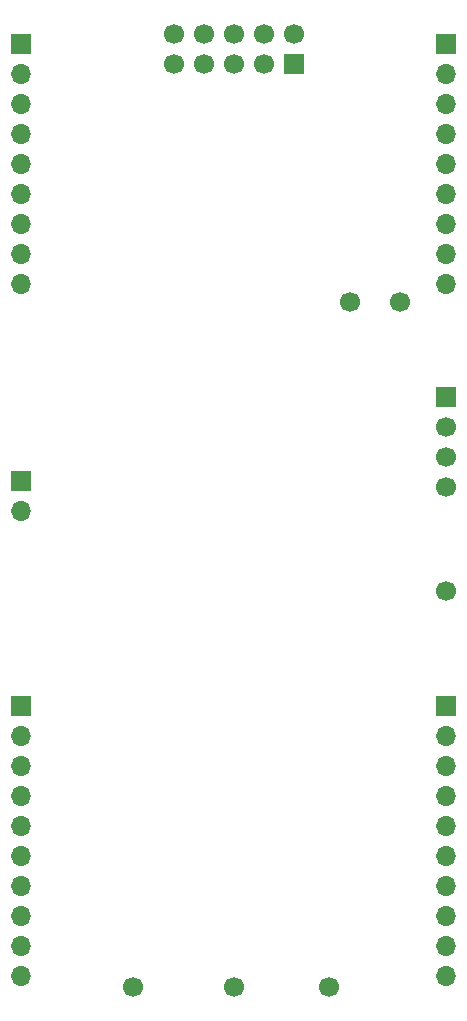
<source format=gbr>
G04 #@! TF.GenerationSoftware,KiCad,Pcbnew,8.0.4*
G04 #@! TF.CreationDate,2024-08-08T14:53:28+01:00*
G04 #@! TF.ProjectId,MidiMonger_components,4d696469-4d6f-46e6-9765-725f636f6d70,rev?*
G04 #@! TF.SameCoordinates,Original*
G04 #@! TF.FileFunction,Soldermask,Top*
G04 #@! TF.FilePolarity,Negative*
%FSLAX46Y46*%
G04 Gerber Fmt 4.6, Leading zero omitted, Abs format (unit mm)*
G04 Created by KiCad (PCBNEW 8.0.4) date 2024-08-08 14:53:28*
%MOMM*%
%LPD*%
G01*
G04 APERTURE LIST*
%ADD10R,1.700000X1.700000*%
%ADD11O,1.700000X1.700000*%
%ADD12C,1.700000*%
G04 APERTURE END LIST*
D10*
X138000000Y-68000000D03*
D11*
X138000000Y-70540000D03*
X138000000Y-73080000D03*
X138000000Y-75620000D03*
X138000000Y-78160000D03*
X138000000Y-80700000D03*
X138000000Y-83240000D03*
X138000000Y-85780000D03*
X138000000Y-88320000D03*
D10*
X102000000Y-124000000D03*
D11*
X102000000Y-126540000D03*
X102000000Y-129080000D03*
X102000000Y-131620000D03*
X102000000Y-134160000D03*
X102000000Y-136700000D03*
X102000000Y-139240000D03*
X102000000Y-141780000D03*
X102000000Y-144320000D03*
X102000000Y-146860000D03*
D10*
X138000000Y-124000000D03*
D11*
X138000000Y-126540000D03*
X138000000Y-129080000D03*
X138000000Y-131620000D03*
X138000000Y-134160000D03*
X138000000Y-136700000D03*
X138000000Y-139240000D03*
X138000000Y-141780000D03*
X138000000Y-144320000D03*
X138000000Y-146860000D03*
D10*
X102000000Y-68000000D03*
D11*
X102000000Y-70540000D03*
X102000000Y-73080000D03*
X102000000Y-75620000D03*
X102000000Y-78160000D03*
X102000000Y-80700000D03*
X102000000Y-83240000D03*
X102000000Y-85780000D03*
X102000000Y-88320000D03*
D10*
X138000000Y-97890000D03*
D12*
X138000000Y-100430000D03*
X138000000Y-102970000D03*
X138000000Y-105510000D03*
X114940000Y-67135000D03*
X114940000Y-69675000D03*
X117480000Y-67135000D03*
X117480000Y-69675000D03*
X120020000Y-67135000D03*
X120020000Y-69675000D03*
X122560000Y-67135000D03*
X122560000Y-69675000D03*
X125100000Y-67135000D03*
D10*
X125100000Y-69675000D03*
D12*
X129800000Y-89800000D03*
X111500000Y-147800000D03*
X134100000Y-89800000D03*
X138000000Y-114300000D03*
D10*
X102000000Y-105000000D03*
D11*
X102000000Y-107540000D03*
D12*
X120000000Y-147800000D03*
X128100000Y-147800000D03*
M02*

</source>
